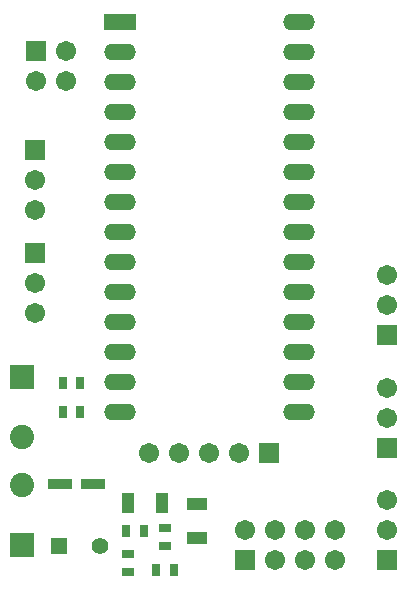
<source format=gts>
G04 Layer_Color=8388736*
%FSLAX44Y44*%
%MOMM*%
G71*
G01*
G75*
%ADD30R,2.0032X0.8532*%
%ADD31R,1.1032X0.8032*%
%ADD32R,0.8032X1.1032*%
%ADD33R,1.1032X1.8032*%
%ADD34R,1.8032X1.1032*%
%ADD35C,1.7032*%
%ADD36R,1.7032X1.7032*%
%ADD37C,2.0532*%
%ADD38R,2.0532X2.0532*%
%ADD39R,1.7032X1.7032*%
%ADD40R,1.4032X1.4032*%
%ADD41C,1.4032*%
%ADD42O,2.7032X1.4032*%
%ADD43R,2.7032X1.4032*%
D30*
X335000Y338000D02*
D03*
X307000D02*
D03*
D31*
X396000Y300500D02*
D03*
Y285500D02*
D03*
X365000Y278500D02*
D03*
Y263500D02*
D03*
D32*
X403500Y265000D02*
D03*
X388500D02*
D03*
X378500Y298000D02*
D03*
X363500D02*
D03*
X309500Y399000D02*
D03*
X324500D02*
D03*
X309500Y424000D02*
D03*
X324500D02*
D03*
D33*
X393500Y322000D02*
D03*
X364500D02*
D03*
D34*
X423000Y321500D02*
D03*
Y292500D02*
D03*
D35*
X584000Y324800D02*
D03*
Y299400D02*
D03*
Y514800D02*
D03*
Y489400D02*
D03*
X286000Y483200D02*
D03*
Y508600D02*
D03*
Y570200D02*
D03*
Y595600D02*
D03*
X584000Y419800D02*
D03*
Y394400D02*
D03*
X312400Y705000D02*
D03*
X287000Y679600D02*
D03*
X312400D02*
D03*
X489400Y274000D02*
D03*
X514800D02*
D03*
X540200D02*
D03*
X464000Y299400D02*
D03*
X489400D02*
D03*
X514800D02*
D03*
X540200D02*
D03*
X458600Y364000D02*
D03*
X433200D02*
D03*
X407800D02*
D03*
X382400D02*
D03*
D36*
X584000Y274000D02*
D03*
Y464000D02*
D03*
X286000Y534000D02*
D03*
Y621000D02*
D03*
X584000Y369000D02*
D03*
X287000Y705000D02*
D03*
D37*
X275000Y337400D02*
D03*
Y377600D02*
D03*
D38*
Y286600D02*
D03*
Y428400D02*
D03*
D39*
X464000Y274000D02*
D03*
X484000Y364000D02*
D03*
D40*
X306500Y286000D02*
D03*
D41*
X341500D02*
D03*
D42*
X510000Y398900D02*
D03*
Y424300D02*
D03*
Y449700D02*
D03*
Y475100D02*
D03*
Y500500D02*
D03*
Y525900D02*
D03*
Y551300D02*
D03*
Y576700D02*
D03*
Y602100D02*
D03*
Y627500D02*
D03*
Y652900D02*
D03*
Y678300D02*
D03*
Y703700D02*
D03*
Y729100D02*
D03*
X358000Y398900D02*
D03*
Y424300D02*
D03*
Y449700D02*
D03*
Y475100D02*
D03*
Y500500D02*
D03*
Y525900D02*
D03*
Y551300D02*
D03*
Y576700D02*
D03*
Y602100D02*
D03*
Y627500D02*
D03*
Y652900D02*
D03*
Y678300D02*
D03*
Y703700D02*
D03*
D43*
Y729100D02*
D03*
M02*

</source>
